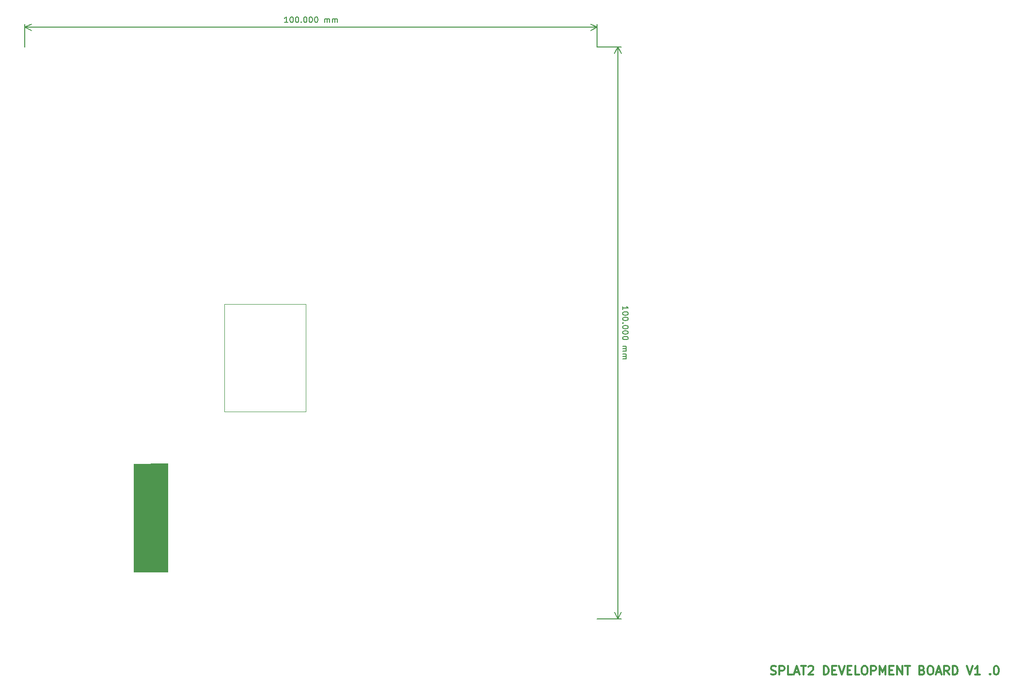
<source format=gbr>
G04 #@! TF.GenerationSoftware,KiCad,Pcbnew,(5.1.12)-1*
G04 #@! TF.CreationDate,2021-12-06T17:16:18+10:00*
G04 #@! TF.ProjectId,stmsplat2,73746d73-706c-4617-9432-2e6b69636164,rev?*
G04 #@! TF.SameCoordinates,Original*
G04 #@! TF.FileFunction,OtherDrawing,Comment*
%FSLAX46Y46*%
G04 Gerber Fmt 4.6, Leading zero omitted, Abs format (unit mm)*
G04 Created by KiCad (PCBNEW (5.1.12)-1) date 2021-12-06 17:16:18*
%MOMM*%
%LPD*%
G01*
G04 APERTURE LIST*
%ADD10C,0.150000*%
%ADD11C,0.300000*%
%ADD12C,0.010000*%
%ADD13C,0.100000*%
G04 APERTURE END LIST*
D10*
X156422619Y-111585980D02*
X156422619Y-111014552D01*
X156422619Y-111300266D02*
X157422619Y-111300266D01*
X157279761Y-111205028D01*
X157184523Y-111109790D01*
X157136904Y-111014552D01*
X157422619Y-112205028D02*
X157422619Y-112300266D01*
X157375000Y-112395504D01*
X157327380Y-112443123D01*
X157232142Y-112490742D01*
X157041666Y-112538361D01*
X156803571Y-112538361D01*
X156613095Y-112490742D01*
X156517857Y-112443123D01*
X156470238Y-112395504D01*
X156422619Y-112300266D01*
X156422619Y-112205028D01*
X156470238Y-112109790D01*
X156517857Y-112062171D01*
X156613095Y-112014552D01*
X156803571Y-111966933D01*
X157041666Y-111966933D01*
X157232142Y-112014552D01*
X157327380Y-112062171D01*
X157375000Y-112109790D01*
X157422619Y-112205028D01*
X157422619Y-113157409D02*
X157422619Y-113252647D01*
X157375000Y-113347885D01*
X157327380Y-113395504D01*
X157232142Y-113443123D01*
X157041666Y-113490742D01*
X156803571Y-113490742D01*
X156613095Y-113443123D01*
X156517857Y-113395504D01*
X156470238Y-113347885D01*
X156422619Y-113252647D01*
X156422619Y-113157409D01*
X156470238Y-113062171D01*
X156517857Y-113014552D01*
X156613095Y-112966933D01*
X156803571Y-112919314D01*
X157041666Y-112919314D01*
X157232142Y-112966933D01*
X157327380Y-113014552D01*
X157375000Y-113062171D01*
X157422619Y-113157409D01*
X156517857Y-113919314D02*
X156470238Y-113966933D01*
X156422619Y-113919314D01*
X156470238Y-113871695D01*
X156517857Y-113919314D01*
X156422619Y-113919314D01*
X157422619Y-114585980D02*
X157422619Y-114681219D01*
X157375000Y-114776457D01*
X157327380Y-114824076D01*
X157232142Y-114871695D01*
X157041666Y-114919314D01*
X156803571Y-114919314D01*
X156613095Y-114871695D01*
X156517857Y-114824076D01*
X156470238Y-114776457D01*
X156422619Y-114681219D01*
X156422619Y-114585980D01*
X156470238Y-114490742D01*
X156517857Y-114443123D01*
X156613095Y-114395504D01*
X156803571Y-114347885D01*
X157041666Y-114347885D01*
X157232142Y-114395504D01*
X157327380Y-114443123D01*
X157375000Y-114490742D01*
X157422619Y-114585980D01*
X157422619Y-115538361D02*
X157422619Y-115633600D01*
X157375000Y-115728838D01*
X157327380Y-115776457D01*
X157232142Y-115824076D01*
X157041666Y-115871695D01*
X156803571Y-115871695D01*
X156613095Y-115824076D01*
X156517857Y-115776457D01*
X156470238Y-115728838D01*
X156422619Y-115633600D01*
X156422619Y-115538361D01*
X156470238Y-115443123D01*
X156517857Y-115395504D01*
X156613095Y-115347885D01*
X156803571Y-115300266D01*
X157041666Y-115300266D01*
X157232142Y-115347885D01*
X157327380Y-115395504D01*
X157375000Y-115443123D01*
X157422619Y-115538361D01*
X157422619Y-116490742D02*
X157422619Y-116585980D01*
X157375000Y-116681219D01*
X157327380Y-116728838D01*
X157232142Y-116776457D01*
X157041666Y-116824076D01*
X156803571Y-116824076D01*
X156613095Y-116776457D01*
X156517857Y-116728838D01*
X156470238Y-116681219D01*
X156422619Y-116585980D01*
X156422619Y-116490742D01*
X156470238Y-116395504D01*
X156517857Y-116347885D01*
X156613095Y-116300266D01*
X156803571Y-116252647D01*
X157041666Y-116252647D01*
X157232142Y-116300266D01*
X157327380Y-116347885D01*
X157375000Y-116395504D01*
X157422619Y-116490742D01*
X156422619Y-118014552D02*
X157089285Y-118014552D01*
X156994047Y-118014552D02*
X157041666Y-118062171D01*
X157089285Y-118157409D01*
X157089285Y-118300266D01*
X157041666Y-118395504D01*
X156946428Y-118443123D01*
X156422619Y-118443123D01*
X156946428Y-118443123D02*
X157041666Y-118490742D01*
X157089285Y-118585980D01*
X157089285Y-118728838D01*
X157041666Y-118824076D01*
X156946428Y-118871695D01*
X156422619Y-118871695D01*
X156422619Y-119347885D02*
X157089285Y-119347885D01*
X156994047Y-119347885D02*
X157041666Y-119395504D01*
X157089285Y-119490742D01*
X157089285Y-119633600D01*
X157041666Y-119728838D01*
X156946428Y-119776457D01*
X156422619Y-119776457D01*
X156946428Y-119776457D02*
X157041666Y-119824076D01*
X157089285Y-119919314D01*
X157089285Y-120062171D01*
X157041666Y-120157409D01*
X156946428Y-120205028D01*
X156422619Y-120205028D01*
X155575000Y-65633600D02*
X155575000Y-165633600D01*
X151993800Y-65633600D02*
X156161421Y-65633600D01*
X151993800Y-165633600D02*
X156161421Y-165633600D01*
X155575000Y-165633600D02*
X154988579Y-164507096D01*
X155575000Y-165633600D02*
X156161421Y-164507096D01*
X155575000Y-65633600D02*
X154988579Y-66760104D01*
X155575000Y-65633600D02*
X156161421Y-66760104D01*
X97946180Y-61382380D02*
X97374752Y-61382380D01*
X97660466Y-61382380D02*
X97660466Y-60382380D01*
X97565228Y-60525238D01*
X97469990Y-60620476D01*
X97374752Y-60668095D01*
X98565228Y-60382380D02*
X98660466Y-60382380D01*
X98755704Y-60430000D01*
X98803323Y-60477619D01*
X98850942Y-60572857D01*
X98898561Y-60763333D01*
X98898561Y-61001428D01*
X98850942Y-61191904D01*
X98803323Y-61287142D01*
X98755704Y-61334761D01*
X98660466Y-61382380D01*
X98565228Y-61382380D01*
X98469990Y-61334761D01*
X98422371Y-61287142D01*
X98374752Y-61191904D01*
X98327133Y-61001428D01*
X98327133Y-60763333D01*
X98374752Y-60572857D01*
X98422371Y-60477619D01*
X98469990Y-60430000D01*
X98565228Y-60382380D01*
X99517609Y-60382380D02*
X99612847Y-60382380D01*
X99708085Y-60430000D01*
X99755704Y-60477619D01*
X99803323Y-60572857D01*
X99850942Y-60763333D01*
X99850942Y-61001428D01*
X99803323Y-61191904D01*
X99755704Y-61287142D01*
X99708085Y-61334761D01*
X99612847Y-61382380D01*
X99517609Y-61382380D01*
X99422371Y-61334761D01*
X99374752Y-61287142D01*
X99327133Y-61191904D01*
X99279514Y-61001428D01*
X99279514Y-60763333D01*
X99327133Y-60572857D01*
X99374752Y-60477619D01*
X99422371Y-60430000D01*
X99517609Y-60382380D01*
X100279514Y-61287142D02*
X100327133Y-61334761D01*
X100279514Y-61382380D01*
X100231895Y-61334761D01*
X100279514Y-61287142D01*
X100279514Y-61382380D01*
X100946180Y-60382380D02*
X101041419Y-60382380D01*
X101136657Y-60430000D01*
X101184276Y-60477619D01*
X101231895Y-60572857D01*
X101279514Y-60763333D01*
X101279514Y-61001428D01*
X101231895Y-61191904D01*
X101184276Y-61287142D01*
X101136657Y-61334761D01*
X101041419Y-61382380D01*
X100946180Y-61382380D01*
X100850942Y-61334761D01*
X100803323Y-61287142D01*
X100755704Y-61191904D01*
X100708085Y-61001428D01*
X100708085Y-60763333D01*
X100755704Y-60572857D01*
X100803323Y-60477619D01*
X100850942Y-60430000D01*
X100946180Y-60382380D01*
X101898561Y-60382380D02*
X101993800Y-60382380D01*
X102089038Y-60430000D01*
X102136657Y-60477619D01*
X102184276Y-60572857D01*
X102231895Y-60763333D01*
X102231895Y-61001428D01*
X102184276Y-61191904D01*
X102136657Y-61287142D01*
X102089038Y-61334761D01*
X101993800Y-61382380D01*
X101898561Y-61382380D01*
X101803323Y-61334761D01*
X101755704Y-61287142D01*
X101708085Y-61191904D01*
X101660466Y-61001428D01*
X101660466Y-60763333D01*
X101708085Y-60572857D01*
X101755704Y-60477619D01*
X101803323Y-60430000D01*
X101898561Y-60382380D01*
X102850942Y-60382380D02*
X102946180Y-60382380D01*
X103041419Y-60430000D01*
X103089038Y-60477619D01*
X103136657Y-60572857D01*
X103184276Y-60763333D01*
X103184276Y-61001428D01*
X103136657Y-61191904D01*
X103089038Y-61287142D01*
X103041419Y-61334761D01*
X102946180Y-61382380D01*
X102850942Y-61382380D01*
X102755704Y-61334761D01*
X102708085Y-61287142D01*
X102660466Y-61191904D01*
X102612847Y-61001428D01*
X102612847Y-60763333D01*
X102660466Y-60572857D01*
X102708085Y-60477619D01*
X102755704Y-60430000D01*
X102850942Y-60382380D01*
X104374752Y-61382380D02*
X104374752Y-60715714D01*
X104374752Y-60810952D02*
X104422371Y-60763333D01*
X104517609Y-60715714D01*
X104660466Y-60715714D01*
X104755704Y-60763333D01*
X104803323Y-60858571D01*
X104803323Y-61382380D01*
X104803323Y-60858571D02*
X104850942Y-60763333D01*
X104946180Y-60715714D01*
X105089038Y-60715714D01*
X105184276Y-60763333D01*
X105231895Y-60858571D01*
X105231895Y-61382380D01*
X105708085Y-61382380D02*
X105708085Y-60715714D01*
X105708085Y-60810952D02*
X105755704Y-60763333D01*
X105850942Y-60715714D01*
X105993800Y-60715714D01*
X106089038Y-60763333D01*
X106136657Y-60858571D01*
X106136657Y-61382380D01*
X106136657Y-60858571D02*
X106184276Y-60763333D01*
X106279514Y-60715714D01*
X106422371Y-60715714D01*
X106517609Y-60763333D01*
X106565228Y-60858571D01*
X106565228Y-61382380D01*
X51993800Y-62230000D02*
X151993800Y-62230000D01*
X51993800Y-65633600D02*
X51993800Y-61643579D01*
X151993800Y-65633600D02*
X151993800Y-61643579D01*
X151993800Y-62230000D02*
X150867296Y-62816421D01*
X151993800Y-62230000D02*
X150867296Y-61643579D01*
X51993800Y-62230000D02*
X53120304Y-62816421D01*
X51993800Y-62230000D02*
X53120304Y-61643579D01*
D11*
X182341942Y-175333742D02*
X182556228Y-175405171D01*
X182913371Y-175405171D01*
X183056228Y-175333742D01*
X183127657Y-175262314D01*
X183199085Y-175119457D01*
X183199085Y-174976600D01*
X183127657Y-174833742D01*
X183056228Y-174762314D01*
X182913371Y-174690885D01*
X182627657Y-174619457D01*
X182484800Y-174548028D01*
X182413371Y-174476600D01*
X182341942Y-174333742D01*
X182341942Y-174190885D01*
X182413371Y-174048028D01*
X182484800Y-173976600D01*
X182627657Y-173905171D01*
X182984800Y-173905171D01*
X183199085Y-173976600D01*
X183841942Y-175405171D02*
X183841942Y-173905171D01*
X184413371Y-173905171D01*
X184556228Y-173976600D01*
X184627657Y-174048028D01*
X184699085Y-174190885D01*
X184699085Y-174405171D01*
X184627657Y-174548028D01*
X184556228Y-174619457D01*
X184413371Y-174690885D01*
X183841942Y-174690885D01*
X186056228Y-175405171D02*
X185341942Y-175405171D01*
X185341942Y-173905171D01*
X186484800Y-174976600D02*
X187199085Y-174976600D01*
X186341942Y-175405171D02*
X186841942Y-173905171D01*
X187341942Y-175405171D01*
X187627657Y-173905171D02*
X188484800Y-173905171D01*
X188056228Y-175405171D02*
X188056228Y-173905171D01*
X188913371Y-174048028D02*
X188984800Y-173976600D01*
X189127657Y-173905171D01*
X189484800Y-173905171D01*
X189627657Y-173976600D01*
X189699085Y-174048028D01*
X189770514Y-174190885D01*
X189770514Y-174333742D01*
X189699085Y-174548028D01*
X188841942Y-175405171D01*
X189770514Y-175405171D01*
X191556228Y-175405171D02*
X191556228Y-173905171D01*
X191913371Y-173905171D01*
X192127657Y-173976600D01*
X192270514Y-174119457D01*
X192341942Y-174262314D01*
X192413371Y-174548028D01*
X192413371Y-174762314D01*
X192341942Y-175048028D01*
X192270514Y-175190885D01*
X192127657Y-175333742D01*
X191913371Y-175405171D01*
X191556228Y-175405171D01*
X193056228Y-174619457D02*
X193556228Y-174619457D01*
X193770514Y-175405171D02*
X193056228Y-175405171D01*
X193056228Y-173905171D01*
X193770514Y-173905171D01*
X194199085Y-173905171D02*
X194699085Y-175405171D01*
X195199085Y-173905171D01*
X195699085Y-174619457D02*
X196199085Y-174619457D01*
X196413371Y-175405171D02*
X195699085Y-175405171D01*
X195699085Y-173905171D01*
X196413371Y-173905171D01*
X197770514Y-175405171D02*
X197056228Y-175405171D01*
X197056228Y-173905171D01*
X198556228Y-173905171D02*
X198841942Y-173905171D01*
X198984800Y-173976600D01*
X199127657Y-174119457D01*
X199199085Y-174405171D01*
X199199085Y-174905171D01*
X199127657Y-175190885D01*
X198984800Y-175333742D01*
X198841942Y-175405171D01*
X198556228Y-175405171D01*
X198413371Y-175333742D01*
X198270514Y-175190885D01*
X198199085Y-174905171D01*
X198199085Y-174405171D01*
X198270514Y-174119457D01*
X198413371Y-173976600D01*
X198556228Y-173905171D01*
X199841942Y-175405171D02*
X199841942Y-173905171D01*
X200413371Y-173905171D01*
X200556228Y-173976600D01*
X200627657Y-174048028D01*
X200699085Y-174190885D01*
X200699085Y-174405171D01*
X200627657Y-174548028D01*
X200556228Y-174619457D01*
X200413371Y-174690885D01*
X199841942Y-174690885D01*
X201341942Y-175405171D02*
X201341942Y-173905171D01*
X201841942Y-174976600D01*
X202341942Y-173905171D01*
X202341942Y-175405171D01*
X203056228Y-174619457D02*
X203556228Y-174619457D01*
X203770514Y-175405171D02*
X203056228Y-175405171D01*
X203056228Y-173905171D01*
X203770514Y-173905171D01*
X204413371Y-175405171D02*
X204413371Y-173905171D01*
X205270514Y-175405171D01*
X205270514Y-173905171D01*
X205770514Y-173905171D02*
X206627657Y-173905171D01*
X206199085Y-175405171D02*
X206199085Y-173905171D01*
X208770514Y-174619457D02*
X208984800Y-174690885D01*
X209056228Y-174762314D01*
X209127657Y-174905171D01*
X209127657Y-175119457D01*
X209056228Y-175262314D01*
X208984800Y-175333742D01*
X208841942Y-175405171D01*
X208270514Y-175405171D01*
X208270514Y-173905171D01*
X208770514Y-173905171D01*
X208913371Y-173976600D01*
X208984800Y-174048028D01*
X209056228Y-174190885D01*
X209056228Y-174333742D01*
X208984800Y-174476600D01*
X208913371Y-174548028D01*
X208770514Y-174619457D01*
X208270514Y-174619457D01*
X210056228Y-173905171D02*
X210341942Y-173905171D01*
X210484800Y-173976600D01*
X210627657Y-174119457D01*
X210699085Y-174405171D01*
X210699085Y-174905171D01*
X210627657Y-175190885D01*
X210484800Y-175333742D01*
X210341942Y-175405171D01*
X210056228Y-175405171D01*
X209913371Y-175333742D01*
X209770514Y-175190885D01*
X209699085Y-174905171D01*
X209699085Y-174405171D01*
X209770514Y-174119457D01*
X209913371Y-173976600D01*
X210056228Y-173905171D01*
X211270514Y-174976600D02*
X211984800Y-174976600D01*
X211127657Y-175405171D02*
X211627657Y-173905171D01*
X212127657Y-175405171D01*
X213484800Y-175405171D02*
X212984800Y-174690885D01*
X212627657Y-175405171D02*
X212627657Y-173905171D01*
X213199085Y-173905171D01*
X213341942Y-173976600D01*
X213413371Y-174048028D01*
X213484800Y-174190885D01*
X213484800Y-174405171D01*
X213413371Y-174548028D01*
X213341942Y-174619457D01*
X213199085Y-174690885D01*
X212627657Y-174690885D01*
X214127657Y-175405171D02*
X214127657Y-173905171D01*
X214484800Y-173905171D01*
X214699085Y-173976600D01*
X214841942Y-174119457D01*
X214913371Y-174262314D01*
X214984800Y-174548028D01*
X214984800Y-174762314D01*
X214913371Y-175048028D01*
X214841942Y-175190885D01*
X214699085Y-175333742D01*
X214484800Y-175405171D01*
X214127657Y-175405171D01*
X216556228Y-173905171D02*
X217056228Y-175405171D01*
X217556228Y-173905171D01*
X218841942Y-175405171D02*
X217984800Y-175405171D01*
X218413371Y-175405171D02*
X218413371Y-173905171D01*
X218270514Y-174119457D01*
X218127657Y-174262314D01*
X217984800Y-174333742D01*
X220627657Y-175262314D02*
X220699085Y-175333742D01*
X220627657Y-175405171D01*
X220556228Y-175333742D01*
X220627657Y-175262314D01*
X220627657Y-175405171D01*
X221627657Y-173905171D02*
X221770514Y-173905171D01*
X221913371Y-173976600D01*
X221984800Y-174048028D01*
X222056228Y-174190885D01*
X222127657Y-174476600D01*
X222127657Y-174833742D01*
X222056228Y-175119457D01*
X221984800Y-175262314D01*
X221913371Y-175333742D01*
X221770514Y-175405171D01*
X221627657Y-175405171D01*
X221484800Y-175333742D01*
X221413371Y-175262314D01*
X221341942Y-175119457D01*
X221270514Y-174833742D01*
X221270514Y-174476600D01*
X221341942Y-174190885D01*
X221413371Y-174048028D01*
X221484800Y-173976600D01*
X221627657Y-173905171D01*
D12*
G36*
X70996600Y-157461500D02*
G01*
X70996600Y-138538500D01*
X76990000Y-138500400D01*
X76990000Y-157423400D01*
X70996600Y-157461500D01*
G37*
X70996600Y-157461500D02*
X70996600Y-138538500D01*
X76990000Y-138500400D01*
X76990000Y-157423400D01*
X70996600Y-157461500D01*
D13*
X86842600Y-110591600D02*
X86842600Y-129413000D01*
X86842600Y-110591600D02*
X101117400Y-110591600D01*
X101117400Y-129413000D02*
X86842600Y-129413000D01*
X101117400Y-110591600D02*
X101117400Y-129413000D01*
M02*

</source>
